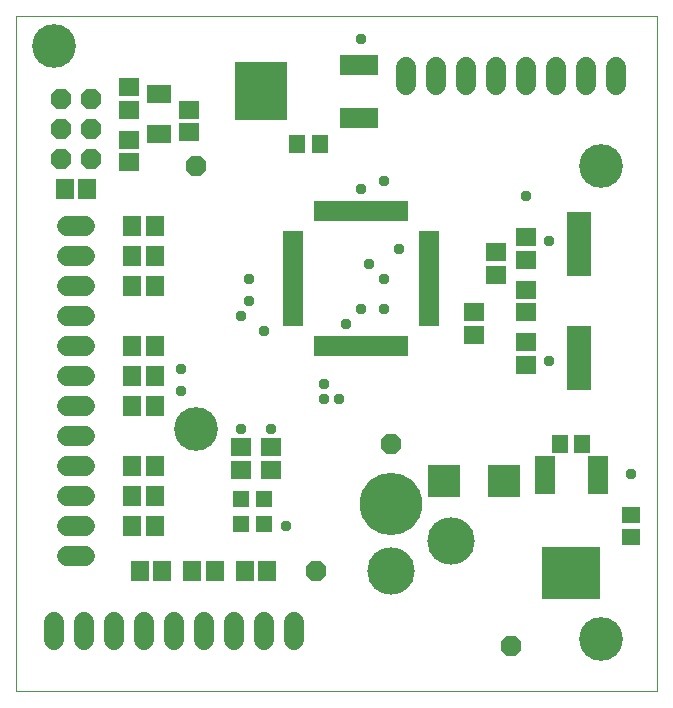
<source format=gts>
G04 EAGLE Gerber RS-274X export*
G75*
%MOMM*%
%FSLAX34Y34*%
%LPD*%
%INSolderstop Top*%
%IPPOS*%
%AMOC8*
5,1,8,0,0,1.08239X$1,22.5*%
G01*
%ADD10C,0.000000*%
%ADD11C,3.703200*%
%ADD12P,1.869504X8X22.500000*%
%ADD13P,1.869504X8X202.500000*%
%ADD14P,1.869504X8X292.500000*%
%ADD15R,1.703200X1.503200*%
%ADD16R,1.625600X1.320800*%
%ADD17R,1.320800X1.625600*%
%ADD18R,2.743200X2.743200*%
%ADD19R,4.394200X5.029200*%
%ADD20R,3.200400X1.803400*%
%ADD21R,5.029200X4.394200*%
%ADD22R,1.803400X3.200400*%
%ADD23R,0.503200X1.678200*%
%ADD24R,1.678200X0.503200*%
%ADD25R,1.403200X1.403200*%
%ADD26R,2.133600X5.537200*%
%ADD27R,1.503200X1.703200*%
%ADD28C,1.711200*%
%ADD29C,4.013200*%
%ADD30C,5.283200*%
%ADD31R,2.003200X1.603200*%
%ADD32C,0.959600*%


D10*
X0Y0D02*
X542800Y0D01*
X542800Y571400D01*
X0Y571400D01*
X0Y0D01*
D11*
X495300Y44450D03*
X495300Y444500D03*
X31750Y546100D03*
X152400Y222250D03*
D12*
X152400Y444500D03*
X419100Y38100D03*
D13*
X317500Y209550D03*
D14*
X38100Y501650D03*
X63500Y501650D03*
X38100Y476250D03*
X63500Y476250D03*
X38100Y450850D03*
X63500Y450850D03*
D15*
X406400Y352450D03*
X406400Y371450D03*
X95250Y492150D03*
X95250Y511150D03*
D16*
X520700Y130175D03*
X520700Y149225D03*
D17*
X238125Y463550D03*
X257175Y463550D03*
D15*
X431800Y365150D03*
X431800Y384150D03*
X431800Y295250D03*
X431800Y276250D03*
D17*
X460375Y209550D03*
X479425Y209550D03*
D15*
X387350Y320650D03*
X387350Y301650D03*
D18*
X412750Y177800D03*
X361950Y177800D03*
D12*
X254000Y101600D03*
D19*
X207772Y508000D03*
D20*
X290576Y530098D03*
X290576Y485394D03*
D21*
X469900Y99822D03*
D22*
X447802Y182626D03*
X492506Y182626D03*
D23*
X254600Y291870D03*
X259600Y291870D03*
X264600Y291870D03*
X269600Y291870D03*
X274600Y291870D03*
X279600Y291870D03*
X284600Y291870D03*
X289600Y291870D03*
X294600Y291870D03*
X299600Y291870D03*
X304600Y291870D03*
X309600Y291870D03*
X314600Y291870D03*
X319600Y291870D03*
X324600Y291870D03*
X329600Y291870D03*
D24*
X349480Y311750D03*
X349480Y316750D03*
X349480Y321750D03*
X349480Y326750D03*
X349480Y331750D03*
X349480Y336750D03*
X349480Y341750D03*
X349480Y346750D03*
X349480Y351750D03*
X349480Y356750D03*
X349480Y361750D03*
X349480Y366750D03*
X349480Y371750D03*
X349480Y376750D03*
X349480Y381750D03*
X349480Y386750D03*
D23*
X329600Y406630D03*
X324600Y406630D03*
X319600Y406630D03*
X314600Y406630D03*
X309600Y406630D03*
X304600Y406630D03*
X299600Y406630D03*
X294600Y406630D03*
X289600Y406630D03*
X284600Y406630D03*
X279600Y406630D03*
X274600Y406630D03*
X269600Y406630D03*
X264600Y406630D03*
X259600Y406630D03*
X254600Y406630D03*
D24*
X234720Y386750D03*
X234720Y381750D03*
X234720Y376750D03*
X234720Y371750D03*
X234720Y366750D03*
X234720Y361750D03*
X234720Y356750D03*
X234720Y351750D03*
X234720Y346750D03*
X234720Y341750D03*
X234720Y336750D03*
X234720Y331750D03*
X234720Y326750D03*
X234720Y321750D03*
X234720Y316750D03*
X234720Y311750D03*
D25*
X190500Y141900D03*
X190500Y162900D03*
X209550Y141900D03*
X209550Y162900D03*
D26*
X476250Y281940D03*
X476250Y378460D03*
D27*
X212700Y101600D03*
X193700Y101600D03*
D15*
X431800Y320700D03*
X431800Y339700D03*
X215900Y187350D03*
X215900Y206350D03*
X190500Y187350D03*
X190500Y206350D03*
D27*
X41300Y425450D03*
X60300Y425450D03*
D15*
X95250Y466700D03*
X95250Y447700D03*
D27*
X168250Y101600D03*
X149250Y101600D03*
X123800Y101600D03*
X104800Y101600D03*
D28*
X234950Y58340D02*
X234950Y43260D01*
X209550Y43260D02*
X209550Y58340D01*
X184150Y58340D02*
X184150Y43260D01*
X158750Y43260D02*
X158750Y58340D01*
X133350Y58340D02*
X133350Y43260D01*
X107950Y43260D02*
X107950Y58340D01*
X82550Y58340D02*
X82550Y43260D01*
X57150Y43260D02*
X57150Y58340D01*
X31750Y58340D02*
X31750Y43260D01*
D29*
X317500Y101600D03*
X368300Y127000D03*
D30*
X317500Y158750D03*
D28*
X330200Y513160D02*
X330200Y528240D01*
X355600Y528240D02*
X355600Y513160D01*
X381000Y513160D02*
X381000Y528240D01*
X406400Y528240D02*
X406400Y513160D01*
X431800Y513160D02*
X431800Y528240D01*
X457200Y528240D02*
X457200Y513160D01*
X482600Y513160D02*
X482600Y528240D01*
X508000Y528240D02*
X508000Y513160D01*
X58340Y215900D02*
X43260Y215900D01*
X43260Y241300D02*
X58340Y241300D01*
X58340Y266700D02*
X43260Y266700D01*
X43260Y292100D02*
X58340Y292100D01*
X58340Y317500D02*
X43260Y317500D01*
X43260Y342900D02*
X58340Y342900D01*
X58340Y368300D02*
X43260Y368300D01*
X43260Y393700D02*
X58340Y393700D01*
X58340Y114300D02*
X43260Y114300D01*
X43260Y139700D02*
X58340Y139700D01*
X58340Y165100D02*
X43260Y165100D01*
X43260Y190500D02*
X58340Y190500D01*
D27*
X98450Y139700D03*
X117450Y139700D03*
X98450Y165100D03*
X117450Y165100D03*
X98450Y190500D03*
X117450Y190500D03*
X98450Y342900D03*
X117450Y342900D03*
X98450Y368300D03*
X117450Y368300D03*
X98450Y393700D03*
X117450Y393700D03*
X98450Y241300D03*
X117450Y241300D03*
X98450Y266700D03*
X117450Y266700D03*
X98450Y292100D03*
X117450Y292100D03*
D31*
X120650Y471950D03*
X120650Y505950D03*
D15*
X146050Y473100D03*
X146050Y492100D03*
D32*
X450850Y381000D03*
X450850Y279400D03*
X520700Y184150D03*
X228600Y139700D03*
X311150Y431800D03*
X311150Y323850D03*
X311150Y349250D03*
X292100Y552450D03*
X292100Y425450D03*
X298450Y361950D03*
X431800Y419100D03*
X323850Y374650D03*
X190500Y222250D03*
X292100Y323850D03*
X215900Y222250D03*
X279400Y311150D03*
X273050Y247650D03*
X260350Y247650D03*
X260350Y260350D03*
X139700Y254000D03*
X139700Y273050D03*
X209550Y304800D03*
X190500Y317500D03*
X196850Y330200D03*
X196850Y349250D03*
M02*

</source>
